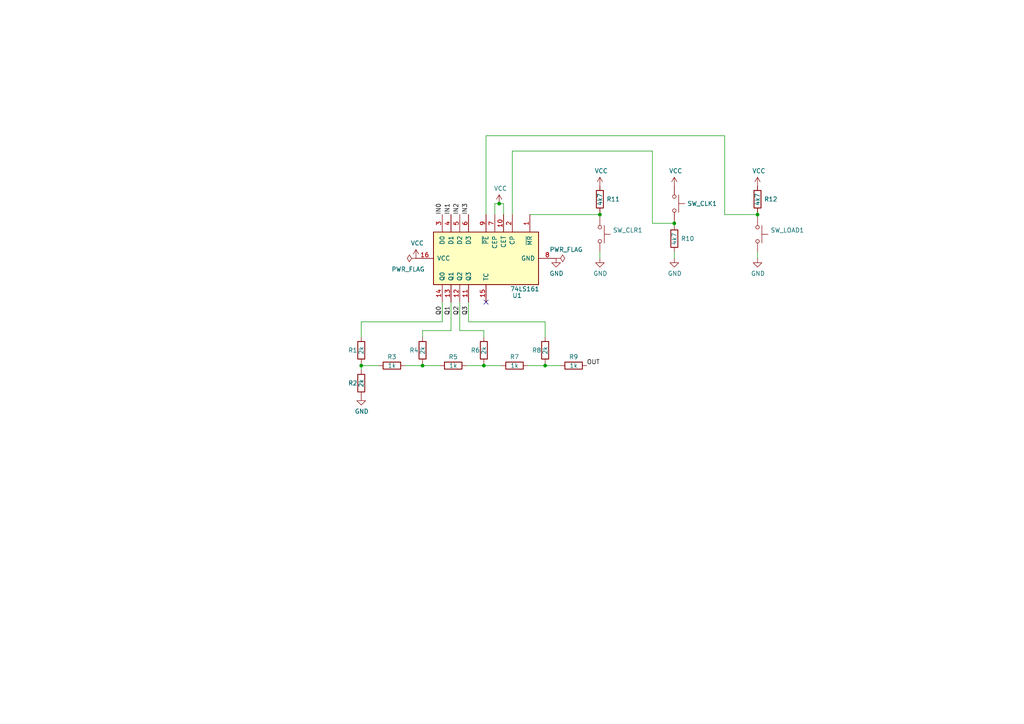
<source format=kicad_sch>
(kicad_sch (version 20211123) (generator eeschema)
  (paper "A4")
  (lib_symbols
    (symbol "74xx:74LS161" (pin_names (offset 1.016))
      (property "Reference" "U" (at -7.62 16.51 0))
      (property "Value" "74LS161" (at -7.62 -16.51 0))
      (symbol "74LS161_1_0"
        (pin input line (at -12.7 -12.7 0) (length 5.08) (name "~{MR}") (number "1"))
        (pin input line (at -12.7 -5.08 0) (length 5.08) (name "CET") (number "10"))
        (pin output line (at 12.7 5.08 180) (length 5.08) (name "Q3") (number "11"))
        (pin output line (at 12.7 7.62 180) (length 5.08) (name "Q2") (number "12"))
        (pin output line (at 12.7 10.16 180) (length 5.08) (name "Q1") (number "13"))
        (pin output line (at 12.7 12.7 180) (length 5.08) (name "Q0") (number "14"))
        (pin output line (at 12.7 0 180) (length 5.08) (name "TC") (number "15"))
        (pin power_in line (at 0 20.32 270) (length 5.08) (name "VCC") (number "16"))
        (pin input line (at -12.7 -7.62 0) (length 5.08) (name "CP") (number "2"))
        (pin input line (at -12.7 12.7 0) (length 5.08) (name "D0") (number "3"))
        (pin input line (at -12.7 10.16 0) (length 5.08) (name "D1") (number "4"))
        (pin input line (at -12.7 7.62 0) (length 5.08) (name "D2") (number "5"))
        (pin input line (at -12.7 5.08 0) (length 5.08) (name "D3") (number "6"))
        (pin input line (at -12.7 -2.54 0) (length 5.08) (name "CEP") (number "7"))
        (pin power_in line (at 0 -20.32 90) (length 5.08) (name "GND") (number "8"))
        (pin input line (at -12.7 0 0) (length 5.08) (name "~{PE}") (number "9"))
      )
      (symbol "74LS161_1_1"
        (rectangle (start -7.62 15.24) (end 7.62 -15.24) (stroke (width 0.254)) (fill (type background)))
      )
    )
    (symbol "Device:R" (pin_numbers hide) (pin_names (offset 0))
      (property "Reference" "R" (at 2.032 0 90))
      (property "Value" "R" (at 0 0 90))
      (symbol "R_0_1"
        (rectangle (start -1.016 -2.54) (end 1.016 2.54) (stroke (width 0.254)))
      )
      (symbol "R_1_1"
        (pin passive line (at 0 3.81 270) (length 1.27) (name "~") (number "1"))
        (pin passive line (at 0 -3.81 90) (length 1.27) (name "~") (number "2"))
      )
    )
    (symbol "Switch:SW_Push" (pin_numbers hide) (pin_names (offset 1.016) hide)
      (property "Reference" "SW" (at 1.27 2.54 0))
      (property "Value" "SW_Push" (at 0 -1.524 0))
      (symbol "SW_Push_0_1"
        (circle (center -2.032 0) (radius 0.508))
        (polyline (pts (xy 0 1.27) (xy 0 3.048)))
        (polyline (pts (xy 2.54 1.27) (xy -2.54 1.27)))
        (circle (center 2.032 0) (radius 0.508))
        (pin passive line (at -5.08 0 0) (length 2.54) (name "1") (number "1"))
        (pin passive line (at 5.08 0 180) (length 2.54) (name "2") (number "2"))
      )
    )
    (symbol "power:GND" (power) (pin_names (offset 0))
      (property "Value" "GND" (at 0 -3.81 0))
      (symbol "GND_0_1"
        (polyline (pts (xy 0 0) (xy 0 -1.27) (xy 1.27 -1.27) (xy 0 -2.54) (xy -1.27 -1.27) (xy 0 -1.27)))
      )
      (symbol "GND_1_1"
        (pin power_in line (at 0 0 270) (length 0) hide (name "GND") (number "1"))
      )
    )
    (symbol "power:PWR_FLAG" (power) (pin_numbers hide) (pin_names (offset 0) hide)
      (property "Value" "PWR_FLAG" (at 0 3.81 0))
      (symbol "PWR_FLAG_0_0"
        (pin power_out line (at 0 0 90) (length 0) (name "pwr") (number "1"))
      )
      (symbol "PWR_FLAG_0_1"
        (polyline (pts (xy 0 0) (xy 0 1.27) (xy -1.016 1.905) (xy 0 2.54) (xy 1.016 1.905) (xy 0 1.27)))
      )
    )
    (symbol "power:VCC" (power) (pin_names (offset 0))
      (property "Value" "VCC" (at 0 3.81 0))
      (symbol "VCC_0_1"
        (polyline (pts (xy -0.762 1.27) (xy 0 2.54)))
        (polyline (pts (xy 0 0) (xy 0 2.54)))
        (polyline (pts (xy 0 2.54) (xy 0.762 1.27)))
      )
      (symbol "VCC_1_1"
        (pin power_in line (at 0 0 90) (length 0) hide (name "VCC") (number "1"))
      )
    )
  )
  (junction (at 140.335 106.045))
  (junction (at 158.115 106.045))
  (junction (at 104.775 106.045))
  (junction (at 173.99 62.23))
  (junction (at 195.58 64.77))
  (junction (at 122.555 106.045))
  (junction (at 144.78 59.055))
  (junction (at 219.71 62.23))
  (no_connect (at 140.97 87.63))
  (wire (pts (xy 133.35 87.63) (xy 133.35 95.885)))
  (wire (pts (xy 195.58 74.93) (xy 195.58 73.025)))
  (wire (pts (xy 158.115 93.345) (xy 158.115 97.79)))
  (wire (pts (xy 210.185 62.23) (xy 210.185 39.37)))
  (wire (pts (xy 219.71 74.93) (xy 219.71 73.025)))
  (wire (pts (xy 135.89 93.345) (xy 158.115 93.345)))
  (wire (pts (xy 158.115 106.045) (xy 162.56 106.045)))
  (wire (pts (xy 109.855 106.045) (xy 104.775 106.045)))
  (wire (pts (xy 128.27 93.345) (xy 104.775 93.345)))
  (wire (pts (xy 104.775 93.345) (xy 104.775 97.79)))
  (wire (pts (xy 189.23 43.815) (xy 189.23 64.77)))
  (wire (pts (xy 133.35 95.885) (xy 140.335 95.885)))
  (wire (pts (xy 144.78 59.055) (xy 146.05 59.055)))
  (wire (pts (xy 210.185 39.37) (xy 140.97 39.37)))
  (wire (pts (xy 117.475 106.045) (xy 122.555 106.045)))
  (wire (pts (xy 122.555 105.41) (xy 122.555 106.045)))
  (wire (pts (xy 195.58 64.77) (xy 195.58 65.405)))
  (wire (pts (xy 148.59 62.23) (xy 148.59 43.815)))
  (wire (pts (xy 135.89 87.63) (xy 135.89 93.345)))
  (wire (pts (xy 128.27 87.63) (xy 128.27 93.345)))
  (wire (pts (xy 173.99 62.865) (xy 173.99 62.23)))
  (wire (pts (xy 173.99 74.93) (xy 173.99 73.025)))
  (wire (pts (xy 219.71 62.23) (xy 210.185 62.23)))
  (wire (pts (xy 140.335 105.41) (xy 140.335 106.045)))
  (wire (pts (xy 173.99 62.23) (xy 173.99 61.595)))
  (wire (pts (xy 122.555 106.045) (xy 127.635 106.045)))
  (wire (pts (xy 143.51 59.055) (xy 144.78 59.055)))
  (wire (pts (xy 219.71 62.23) (xy 219.71 62.865)))
  (wire (pts (xy 143.51 59.055) (xy 143.51 62.23)))
  (wire (pts (xy 135.255 106.045) (xy 140.335 106.045)))
  (wire (pts (xy 130.81 87.63) (xy 130.81 95.885)))
  (wire (pts (xy 140.335 106.045) (xy 145.415 106.045)))
  (wire (pts (xy 219.71 61.595) (xy 219.71 62.23)))
  (wire (pts (xy 158.115 105.41) (xy 158.115 106.045)))
  (wire (pts (xy 189.23 64.77) (xy 195.58 64.77)))
  (wire (pts (xy 153.67 62.23) (xy 173.99 62.23)))
  (wire (pts (xy 140.335 95.885) (xy 140.335 97.79)))
  (wire (pts (xy 104.775 107.315) (xy 104.775 106.045)))
  (wire (pts (xy 148.59 43.815) (xy 189.23 43.815)))
  (wire (pts (xy 130.81 95.885) (xy 122.555 95.885)))
  (wire (pts (xy 122.555 95.885) (xy 122.555 97.79)))
  (wire (pts (xy 104.775 106.045) (xy 104.775 105.41)))
  (wire (pts (xy 146.05 59.055) (xy 146.05 62.23)))
  (wire (pts (xy 195.58 64.135) (xy 195.58 64.77)))
  (wire (pts (xy 140.97 39.37) (xy 140.97 62.23)))
  (wire (pts (xy 153.035 106.045) (xy 158.115 106.045)))
  (label "Q0" (at 128.27 91.44 90))
  (label "Q2" (at 133.35 91.44 90))
  (label "IN0" (at 128.27 62.23 90))
  (label "IN3" (at 135.89 62.23 90))
  (label "OUT" (at 170.18 106.045 0))
  (label "IN1" (at 130.81 62.23 90))
  (label "Q3" (at 135.89 91.44 90))
  (label "Q1" (at 130.81 91.44 90))
  (label "IN2" (at 133.35 62.23 90))
  (symbol (lib_id "Switch:SW_Push") (at 195.58 59.055 270) (unit 1)
    (property "Reference" "SW_CLK1" (effects hide))
    (property "Value" "SW_CLK1" (at 199.3392 59.055 90) (effects (justify left)))
  )
  (symbol (lib_id "power:VCC") (at 195.58 53.975 0) (unit 1)
    (property "Reference" "#PWR0105" (effects hide))
    (property "Value" "VCC" (at 195.961 49.5808 0))
  )
  (symbol (lib_id "Device:R") (at 195.58 69.215 0) (unit 1)
    (property "Reference" "R10" (at 197.485 69.215 0) (effects (justify left)))
    (property "Value" "4k7" (at 195.58 71.12 90) (effects (justify left)))
  )
  (symbol (lib_id "74xx:74LS161") (at 140.97 74.93 90) (mirror x) (unit 1)
    (property "Reference" "U1" (at 148.59 85.725 90) (effects (justify right)))
    (property "Value" "74LS161" (at 147.955 83.82 90) (effects (justify right)))
    (property "Datasheet" "http://www.ti.com/lit/gpn/sn74LS161" (effects hide))
  )
  (symbol (lib_id "power:GND") (at 195.58 74.93 0) (unit 1)
    (property "Reference" "#PWR0106" (effects hide))
    (property "Value" "GND" (at 195.707 79.3242 0))
  )
  (symbol (lib_id "power:VCC") (at 120.65 74.93 0) (unit 1)
    (property "Reference" "#PWR0101" (effects hide))
    (property "Value" "VCC" (at 121.031 70.5358 0))
  )
  (symbol (lib_id "power:GND") (at 161.29 74.93 0) (unit 1)
    (property "Reference" "#PWR0102" (effects hide))
    (property "Value" "GND" (at 161.417 79.3242 0))
  )
  (symbol (lib_id "Device:R") (at 173.99 57.785 0) (unit 1)
    (property "Reference" "R11" (at 175.895 57.785 0) (effects (justify left)))
    (property "Value" "4k7" (at 173.99 59.69 90) (effects (justify left)))
  )
  (symbol (lib_id "power:GND") (at 173.99 74.93 0) (unit 1)
    (property "Reference" "#PWR0107" (effects hide))
    (property "Value" "GND" (at 174.117 79.3242 0))
  )
  (symbol (lib_id "power:VCC") (at 173.99 53.975 0) (unit 1)
    (property "Reference" "#PWR0108" (effects hide))
    (property "Value" "VCC" (at 174.371 49.5808 0))
  )
  (symbol (lib_id "power:VCC") (at 144.78 59.055 0) (unit 1)
    (property "Reference" "#PWR0103" (effects hide))
    (property "Value" "VCC" (at 145.161 54.6608 0))
  )
  (symbol (lib_id "Device:R") (at 104.775 101.6 0) (unit 1)
    (property "Reference" "R1" (at 100.965 101.6 0) (effects (justify left)))
    (property "Value" "2k" (at 104.775 102.87 90) (effects (justify left)))
  )
  (symbol (lib_id "Device:R") (at 104.775 111.125 0) (unit 1)
    (property "Reference" "R2" (at 100.965 111.125 0) (effects (justify left)))
    (property "Value" "2k" (at 104.775 112.395 90) (effects (justify left)))
  )
  (symbol (lib_id "Device:R") (at 113.665 106.045 270) (unit 1)
    (property "Reference" "R3" (at 113.665 103.505 90))
    (property "Value" "1k" (at 113.665 106.045 90))
  )
  (symbol (lib_id "Device:R") (at 122.555 101.6 0) (unit 1)
    (property "Reference" "R4" (at 118.745 101.6 0) (effects (justify left)))
    (property "Value" "2k" (at 122.555 102.87 90) (effects (justify left)))
  )
  (symbol (lib_id "Device:R") (at 131.445 106.045 270) (unit 1)
    (property "Reference" "R5" (at 131.445 103.505 90))
    (property "Value" "1k" (at 131.445 106.045 90))
  )
  (symbol (lib_id "Device:R") (at 140.335 101.6 0) (unit 1)
    (property "Reference" "R6" (at 136.525 101.6 0) (effects (justify left)))
    (property "Value" "2k" (at 140.335 102.87 90) (effects (justify left)))
  )
  (symbol (lib_id "Device:R") (at 149.225 106.045 270) (unit 1)
    (property "Reference" "R7" (at 149.225 103.505 90))
    (property "Value" "1k" (at 149.225 106.045 90))
  )
  (symbol (lib_id "power:GND") (at 104.775 114.935 0) (unit 1)
    (property "Reference" "#PWR0104" (effects hide))
    (property "Value" "GND" (at 104.902 119.3292 0))
  )
  (symbol (lib_id "Device:R") (at 158.115 101.6 0) (unit 1)
    (property "Reference" "R8" (at 154.305 101.6 0) (effects (justify left)))
    (property "Value" "2k" (at 158.115 102.87 90) (effects (justify left)))
  )
  (symbol (lib_id "Device:R") (at 166.37 106.045 270) (unit 1)
    (property "Reference" "R9" (at 166.37 103.505 90))
    (property "Value" "1k" (at 166.37 106.045 90))
  )
  (symbol (lib_id "Switch:SW_Push") (at 173.99 67.945 270) (unit 1)
    (property "Reference" "SW_CLR1" (at 177.7492 66.7766 90) (effects (justify left)))
    (property "Value" "SW_Push" (effects hide))
  )
  (symbol (lib_id "Device:R") (at 219.71 57.785 0) (unit 1)
    (property "Reference" "R12" (at 221.615 57.785 0) (effects (justify left)))
    (property "Value" "4k7" (at 219.71 59.69 90) (effects (justify left)))
  )
  (symbol (lib_id "power:GND") (at 219.71 74.93 0) (unit 1)
    (property "Reference" "#PWR02" (effects hide))
    (property "Value" "GND" (at 219.837 79.3242 0))
  )
  (symbol (lib_id "power:VCC") (at 219.71 53.975 0) (unit 1)
    (property "Reference" "#PWR01" (effects hide))
    (property "Value" "VCC" (at 220.091 49.5808 0))
  )
  (symbol (lib_id "Switch:SW_Push") (at 219.71 67.945 270) (unit 1)
    (property "Reference" "SW_LOAD1" (at 223.4692 66.7766 90) (effects (justify left)))
    (property "Value" "SW_Push" (effects hide))
  )
  (symbol (lib_id "power:PWR_FLAG") (at 120.65 74.93 90) (unit 1)
    (property "Reference" "#FLG0101" (effects hide))
    (property "Value" "PWR_FLAG" (at 123.19 78.105 90) (effects (justify left)))
  )
  (symbol (lib_id "power:PWR_FLAG") (at 161.29 74.93 270) (unit 1)
    (property "Reference" "#FLG0102" (effects hide))
    (property "Value" "PWR_FLAG" (at 159.385 72.39 90) (effects (justify left)))
  )
)
</source>
